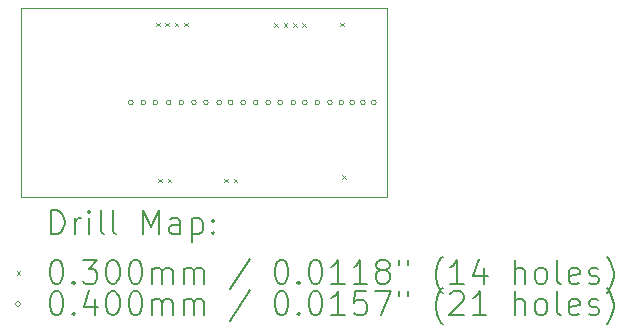
<source format=gbr>
%TF.GenerationSoftware,KiCad,Pcbnew,8.0.4*%
%TF.CreationDate,2024-09-11T02:18:50+03:00*%
%TF.ProjectId,micro_diplekser,6d696372-6f5f-4646-9970-6c656b736572,rev?*%
%TF.SameCoordinates,Original*%
%TF.FileFunction,Drillmap*%
%TF.FilePolarity,Positive*%
%FSLAX45Y45*%
G04 Gerber Fmt 4.5, Leading zero omitted, Abs format (unit mm)*
G04 Created by KiCad (PCBNEW 8.0.4) date 2024-09-11 02:18:50*
%MOMM*%
%LPD*%
G01*
G04 APERTURE LIST*
%ADD10C,0.050000*%
%ADD11C,0.200000*%
%ADD12C,0.100000*%
G04 APERTURE END LIST*
D10*
X8120000Y-10100000D02*
X5019040Y-10100740D01*
X8120000Y-8500000D02*
X5019040Y-8500740D01*
X8120000Y-10100000D02*
X8120000Y-8500000D01*
X5019040Y-8500740D02*
X5019040Y-10100740D01*
D11*
D12*
X6165000Y-8625000D02*
X6195000Y-8655000D01*
X6195000Y-8625000D02*
X6165000Y-8655000D01*
X6185000Y-9945000D02*
X6215000Y-9975000D01*
X6215000Y-9945000D02*
X6185000Y-9975000D01*
X6245000Y-8625000D02*
X6275000Y-8655000D01*
X6275000Y-8625000D02*
X6245000Y-8655000D01*
X6265000Y-9945000D02*
X6295000Y-9975000D01*
X6295000Y-9945000D02*
X6265000Y-9975000D01*
X6325000Y-8625000D02*
X6355000Y-8655000D01*
X6355000Y-8625000D02*
X6325000Y-8655000D01*
X6405000Y-8625000D02*
X6435000Y-8655000D01*
X6435000Y-8625000D02*
X6405000Y-8655000D01*
X6745000Y-9945000D02*
X6775000Y-9975000D01*
X6775000Y-9945000D02*
X6745000Y-9975000D01*
X6825000Y-9945000D02*
X6855000Y-9975000D01*
X6855000Y-9945000D02*
X6825000Y-9975000D01*
X7165000Y-8627500D02*
X7195000Y-8657500D01*
X7195000Y-8627500D02*
X7165000Y-8657500D01*
X7245000Y-8627500D02*
X7275000Y-8657500D01*
X7275000Y-8627500D02*
X7245000Y-8657500D01*
X7325000Y-8627500D02*
X7355000Y-8657500D01*
X7355000Y-8627500D02*
X7325000Y-8657500D01*
X7405000Y-8627500D02*
X7435000Y-8657500D01*
X7435000Y-8627500D02*
X7405000Y-8657500D01*
X7725000Y-8625000D02*
X7755000Y-8655000D01*
X7755000Y-8625000D02*
X7725000Y-8655000D01*
X7742160Y-9915000D02*
X7772160Y-9945000D01*
X7772160Y-9915000D02*
X7742160Y-9945000D01*
X5971720Y-9300000D02*
G75*
G02*
X5931720Y-9300000I-20000J0D01*
G01*
X5931720Y-9300000D02*
G75*
G02*
X5971720Y-9300000I20000J0D01*
G01*
X6078400Y-9300000D02*
G75*
G02*
X6038400Y-9300000I-20000J0D01*
G01*
X6038400Y-9300000D02*
G75*
G02*
X6078400Y-9300000I20000J0D01*
G01*
X6180000Y-9300000D02*
G75*
G02*
X6140000Y-9300000I-20000J0D01*
G01*
X6140000Y-9300000D02*
G75*
G02*
X6180000Y-9300000I20000J0D01*
G01*
X6291760Y-9300000D02*
G75*
G02*
X6251760Y-9300000I-20000J0D01*
G01*
X6251760Y-9300000D02*
G75*
G02*
X6291760Y-9300000I20000J0D01*
G01*
X6400000Y-9300000D02*
G75*
G02*
X6360000Y-9300000I-20000J0D01*
G01*
X6360000Y-9300000D02*
G75*
G02*
X6400000Y-9300000I20000J0D01*
G01*
X6506680Y-9300000D02*
G75*
G02*
X6466680Y-9300000I-20000J0D01*
G01*
X6466680Y-9300000D02*
G75*
G02*
X6506680Y-9300000I20000J0D01*
G01*
X6608280Y-9300000D02*
G75*
G02*
X6568280Y-9300000I-20000J0D01*
G01*
X6568280Y-9300000D02*
G75*
G02*
X6608280Y-9300000I20000J0D01*
G01*
X6720040Y-9300000D02*
G75*
G02*
X6680040Y-9300000I-20000J0D01*
G01*
X6680040Y-9300000D02*
G75*
G02*
X6720040Y-9300000I20000J0D01*
G01*
X6816560Y-9300000D02*
G75*
G02*
X6776560Y-9300000I-20000J0D01*
G01*
X6776560Y-9300000D02*
G75*
G02*
X6816560Y-9300000I20000J0D01*
G01*
X6923240Y-9300000D02*
G75*
G02*
X6883240Y-9300000I-20000J0D01*
G01*
X6883240Y-9300000D02*
G75*
G02*
X6923240Y-9300000I20000J0D01*
G01*
X7028280Y-9300000D02*
G75*
G02*
X6988280Y-9300000I-20000J0D01*
G01*
X6988280Y-9300000D02*
G75*
G02*
X7028280Y-9300000I20000J0D01*
G01*
X7134960Y-9300000D02*
G75*
G02*
X7094960Y-9300000I-20000J0D01*
G01*
X7094960Y-9300000D02*
G75*
G02*
X7134960Y-9300000I20000J0D01*
G01*
X7236560Y-9300000D02*
G75*
G02*
X7196560Y-9300000I-20000J0D01*
G01*
X7196560Y-9300000D02*
G75*
G02*
X7236560Y-9300000I20000J0D01*
G01*
X7348320Y-9300000D02*
G75*
G02*
X7308320Y-9300000I-20000J0D01*
G01*
X7308320Y-9300000D02*
G75*
G02*
X7348320Y-9300000I20000J0D01*
G01*
X7444840Y-9300000D02*
G75*
G02*
X7404840Y-9300000I-20000J0D01*
G01*
X7404840Y-9300000D02*
G75*
G02*
X7444840Y-9300000I20000J0D01*
G01*
X7551520Y-9300000D02*
G75*
G02*
X7511520Y-9300000I-20000J0D01*
G01*
X7511520Y-9300000D02*
G75*
G02*
X7551520Y-9300000I20000J0D01*
G01*
X7658200Y-9300000D02*
G75*
G02*
X7618200Y-9300000I-20000J0D01*
G01*
X7618200Y-9300000D02*
G75*
G02*
X7658200Y-9300000I20000J0D01*
G01*
X7754720Y-9300000D02*
G75*
G02*
X7714720Y-9300000I-20000J0D01*
G01*
X7714720Y-9300000D02*
G75*
G02*
X7754720Y-9300000I20000J0D01*
G01*
X7846160Y-9300000D02*
G75*
G02*
X7806160Y-9300000I-20000J0D01*
G01*
X7806160Y-9300000D02*
G75*
G02*
X7846160Y-9300000I20000J0D01*
G01*
X7937600Y-9300000D02*
G75*
G02*
X7897600Y-9300000I-20000J0D01*
G01*
X7897600Y-9300000D02*
G75*
G02*
X7937600Y-9300000I20000J0D01*
G01*
X8029040Y-9300000D02*
G75*
G02*
X7989040Y-9300000I-20000J0D01*
G01*
X7989040Y-9300000D02*
G75*
G02*
X8029040Y-9300000I20000J0D01*
G01*
D11*
X5277317Y-10414724D02*
X5277317Y-10214724D01*
X5277317Y-10214724D02*
X5324936Y-10214724D01*
X5324936Y-10214724D02*
X5353507Y-10224248D01*
X5353507Y-10224248D02*
X5372555Y-10243295D01*
X5372555Y-10243295D02*
X5382079Y-10262343D01*
X5382079Y-10262343D02*
X5391603Y-10300438D01*
X5391603Y-10300438D02*
X5391603Y-10329010D01*
X5391603Y-10329010D02*
X5382079Y-10367105D01*
X5382079Y-10367105D02*
X5372555Y-10386152D01*
X5372555Y-10386152D02*
X5353507Y-10405200D01*
X5353507Y-10405200D02*
X5324936Y-10414724D01*
X5324936Y-10414724D02*
X5277317Y-10414724D01*
X5477317Y-10414724D02*
X5477317Y-10281390D01*
X5477317Y-10319486D02*
X5486841Y-10300438D01*
X5486841Y-10300438D02*
X5496364Y-10290914D01*
X5496364Y-10290914D02*
X5515412Y-10281390D01*
X5515412Y-10281390D02*
X5534460Y-10281390D01*
X5601126Y-10414724D02*
X5601126Y-10281390D01*
X5601126Y-10214724D02*
X5591603Y-10224248D01*
X5591603Y-10224248D02*
X5601126Y-10233771D01*
X5601126Y-10233771D02*
X5610650Y-10224248D01*
X5610650Y-10224248D02*
X5601126Y-10214724D01*
X5601126Y-10214724D02*
X5601126Y-10233771D01*
X5724936Y-10414724D02*
X5705888Y-10405200D01*
X5705888Y-10405200D02*
X5696364Y-10386152D01*
X5696364Y-10386152D02*
X5696364Y-10214724D01*
X5829698Y-10414724D02*
X5810650Y-10405200D01*
X5810650Y-10405200D02*
X5801126Y-10386152D01*
X5801126Y-10386152D02*
X5801126Y-10214724D01*
X6058269Y-10414724D02*
X6058269Y-10214724D01*
X6058269Y-10214724D02*
X6124936Y-10357581D01*
X6124936Y-10357581D02*
X6191602Y-10214724D01*
X6191602Y-10214724D02*
X6191602Y-10414724D01*
X6372555Y-10414724D02*
X6372555Y-10309962D01*
X6372555Y-10309962D02*
X6363031Y-10290914D01*
X6363031Y-10290914D02*
X6343983Y-10281390D01*
X6343983Y-10281390D02*
X6305888Y-10281390D01*
X6305888Y-10281390D02*
X6286841Y-10290914D01*
X6372555Y-10405200D02*
X6353507Y-10414724D01*
X6353507Y-10414724D02*
X6305888Y-10414724D01*
X6305888Y-10414724D02*
X6286841Y-10405200D01*
X6286841Y-10405200D02*
X6277317Y-10386152D01*
X6277317Y-10386152D02*
X6277317Y-10367105D01*
X6277317Y-10367105D02*
X6286841Y-10348057D01*
X6286841Y-10348057D02*
X6305888Y-10338533D01*
X6305888Y-10338533D02*
X6353507Y-10338533D01*
X6353507Y-10338533D02*
X6372555Y-10329010D01*
X6467793Y-10281390D02*
X6467793Y-10481390D01*
X6467793Y-10290914D02*
X6486841Y-10281390D01*
X6486841Y-10281390D02*
X6524936Y-10281390D01*
X6524936Y-10281390D02*
X6543983Y-10290914D01*
X6543983Y-10290914D02*
X6553507Y-10300438D01*
X6553507Y-10300438D02*
X6563031Y-10319486D01*
X6563031Y-10319486D02*
X6563031Y-10376629D01*
X6563031Y-10376629D02*
X6553507Y-10395676D01*
X6553507Y-10395676D02*
X6543983Y-10405200D01*
X6543983Y-10405200D02*
X6524936Y-10414724D01*
X6524936Y-10414724D02*
X6486841Y-10414724D01*
X6486841Y-10414724D02*
X6467793Y-10405200D01*
X6648745Y-10395676D02*
X6658269Y-10405200D01*
X6658269Y-10405200D02*
X6648745Y-10414724D01*
X6648745Y-10414724D02*
X6639222Y-10405200D01*
X6639222Y-10405200D02*
X6648745Y-10395676D01*
X6648745Y-10395676D02*
X6648745Y-10414724D01*
X6648745Y-10290914D02*
X6658269Y-10300438D01*
X6658269Y-10300438D02*
X6648745Y-10309962D01*
X6648745Y-10309962D02*
X6639222Y-10300438D01*
X6639222Y-10300438D02*
X6648745Y-10290914D01*
X6648745Y-10290914D02*
X6648745Y-10309962D01*
D12*
X4986540Y-10728240D02*
X5016540Y-10758240D01*
X5016540Y-10728240D02*
X4986540Y-10758240D01*
D11*
X5315412Y-10634724D02*
X5334460Y-10634724D01*
X5334460Y-10634724D02*
X5353507Y-10644248D01*
X5353507Y-10644248D02*
X5363031Y-10653771D01*
X5363031Y-10653771D02*
X5372555Y-10672819D01*
X5372555Y-10672819D02*
X5382079Y-10710914D01*
X5382079Y-10710914D02*
X5382079Y-10758533D01*
X5382079Y-10758533D02*
X5372555Y-10796629D01*
X5372555Y-10796629D02*
X5363031Y-10815676D01*
X5363031Y-10815676D02*
X5353507Y-10825200D01*
X5353507Y-10825200D02*
X5334460Y-10834724D01*
X5334460Y-10834724D02*
X5315412Y-10834724D01*
X5315412Y-10834724D02*
X5296364Y-10825200D01*
X5296364Y-10825200D02*
X5286841Y-10815676D01*
X5286841Y-10815676D02*
X5277317Y-10796629D01*
X5277317Y-10796629D02*
X5267793Y-10758533D01*
X5267793Y-10758533D02*
X5267793Y-10710914D01*
X5267793Y-10710914D02*
X5277317Y-10672819D01*
X5277317Y-10672819D02*
X5286841Y-10653771D01*
X5286841Y-10653771D02*
X5296364Y-10644248D01*
X5296364Y-10644248D02*
X5315412Y-10634724D01*
X5467793Y-10815676D02*
X5477317Y-10825200D01*
X5477317Y-10825200D02*
X5467793Y-10834724D01*
X5467793Y-10834724D02*
X5458269Y-10825200D01*
X5458269Y-10825200D02*
X5467793Y-10815676D01*
X5467793Y-10815676D02*
X5467793Y-10834724D01*
X5543984Y-10634724D02*
X5667793Y-10634724D01*
X5667793Y-10634724D02*
X5601126Y-10710914D01*
X5601126Y-10710914D02*
X5629698Y-10710914D01*
X5629698Y-10710914D02*
X5648745Y-10720438D01*
X5648745Y-10720438D02*
X5658269Y-10729962D01*
X5658269Y-10729962D02*
X5667793Y-10749010D01*
X5667793Y-10749010D02*
X5667793Y-10796629D01*
X5667793Y-10796629D02*
X5658269Y-10815676D01*
X5658269Y-10815676D02*
X5648745Y-10825200D01*
X5648745Y-10825200D02*
X5629698Y-10834724D01*
X5629698Y-10834724D02*
X5572555Y-10834724D01*
X5572555Y-10834724D02*
X5553507Y-10825200D01*
X5553507Y-10825200D02*
X5543984Y-10815676D01*
X5791602Y-10634724D02*
X5810650Y-10634724D01*
X5810650Y-10634724D02*
X5829698Y-10644248D01*
X5829698Y-10644248D02*
X5839222Y-10653771D01*
X5839222Y-10653771D02*
X5848745Y-10672819D01*
X5848745Y-10672819D02*
X5858269Y-10710914D01*
X5858269Y-10710914D02*
X5858269Y-10758533D01*
X5858269Y-10758533D02*
X5848745Y-10796629D01*
X5848745Y-10796629D02*
X5839222Y-10815676D01*
X5839222Y-10815676D02*
X5829698Y-10825200D01*
X5829698Y-10825200D02*
X5810650Y-10834724D01*
X5810650Y-10834724D02*
X5791602Y-10834724D01*
X5791602Y-10834724D02*
X5772555Y-10825200D01*
X5772555Y-10825200D02*
X5763031Y-10815676D01*
X5763031Y-10815676D02*
X5753507Y-10796629D01*
X5753507Y-10796629D02*
X5743983Y-10758533D01*
X5743983Y-10758533D02*
X5743983Y-10710914D01*
X5743983Y-10710914D02*
X5753507Y-10672819D01*
X5753507Y-10672819D02*
X5763031Y-10653771D01*
X5763031Y-10653771D02*
X5772555Y-10644248D01*
X5772555Y-10644248D02*
X5791602Y-10634724D01*
X5982079Y-10634724D02*
X6001126Y-10634724D01*
X6001126Y-10634724D02*
X6020174Y-10644248D01*
X6020174Y-10644248D02*
X6029698Y-10653771D01*
X6029698Y-10653771D02*
X6039222Y-10672819D01*
X6039222Y-10672819D02*
X6048745Y-10710914D01*
X6048745Y-10710914D02*
X6048745Y-10758533D01*
X6048745Y-10758533D02*
X6039222Y-10796629D01*
X6039222Y-10796629D02*
X6029698Y-10815676D01*
X6029698Y-10815676D02*
X6020174Y-10825200D01*
X6020174Y-10825200D02*
X6001126Y-10834724D01*
X6001126Y-10834724D02*
X5982079Y-10834724D01*
X5982079Y-10834724D02*
X5963031Y-10825200D01*
X5963031Y-10825200D02*
X5953507Y-10815676D01*
X5953507Y-10815676D02*
X5943983Y-10796629D01*
X5943983Y-10796629D02*
X5934460Y-10758533D01*
X5934460Y-10758533D02*
X5934460Y-10710914D01*
X5934460Y-10710914D02*
X5943983Y-10672819D01*
X5943983Y-10672819D02*
X5953507Y-10653771D01*
X5953507Y-10653771D02*
X5963031Y-10644248D01*
X5963031Y-10644248D02*
X5982079Y-10634724D01*
X6134460Y-10834724D02*
X6134460Y-10701390D01*
X6134460Y-10720438D02*
X6143983Y-10710914D01*
X6143983Y-10710914D02*
X6163031Y-10701390D01*
X6163031Y-10701390D02*
X6191603Y-10701390D01*
X6191603Y-10701390D02*
X6210650Y-10710914D01*
X6210650Y-10710914D02*
X6220174Y-10729962D01*
X6220174Y-10729962D02*
X6220174Y-10834724D01*
X6220174Y-10729962D02*
X6229698Y-10710914D01*
X6229698Y-10710914D02*
X6248745Y-10701390D01*
X6248745Y-10701390D02*
X6277317Y-10701390D01*
X6277317Y-10701390D02*
X6296364Y-10710914D01*
X6296364Y-10710914D02*
X6305888Y-10729962D01*
X6305888Y-10729962D02*
X6305888Y-10834724D01*
X6401126Y-10834724D02*
X6401126Y-10701390D01*
X6401126Y-10720438D02*
X6410650Y-10710914D01*
X6410650Y-10710914D02*
X6429698Y-10701390D01*
X6429698Y-10701390D02*
X6458269Y-10701390D01*
X6458269Y-10701390D02*
X6477317Y-10710914D01*
X6477317Y-10710914D02*
X6486841Y-10729962D01*
X6486841Y-10729962D02*
X6486841Y-10834724D01*
X6486841Y-10729962D02*
X6496364Y-10710914D01*
X6496364Y-10710914D02*
X6515412Y-10701390D01*
X6515412Y-10701390D02*
X6543983Y-10701390D01*
X6543983Y-10701390D02*
X6563031Y-10710914D01*
X6563031Y-10710914D02*
X6572555Y-10729962D01*
X6572555Y-10729962D02*
X6572555Y-10834724D01*
X6963031Y-10625200D02*
X6791603Y-10882343D01*
X7220174Y-10634724D02*
X7239222Y-10634724D01*
X7239222Y-10634724D02*
X7258269Y-10644248D01*
X7258269Y-10644248D02*
X7267793Y-10653771D01*
X7267793Y-10653771D02*
X7277317Y-10672819D01*
X7277317Y-10672819D02*
X7286841Y-10710914D01*
X7286841Y-10710914D02*
X7286841Y-10758533D01*
X7286841Y-10758533D02*
X7277317Y-10796629D01*
X7277317Y-10796629D02*
X7267793Y-10815676D01*
X7267793Y-10815676D02*
X7258269Y-10825200D01*
X7258269Y-10825200D02*
X7239222Y-10834724D01*
X7239222Y-10834724D02*
X7220174Y-10834724D01*
X7220174Y-10834724D02*
X7201126Y-10825200D01*
X7201126Y-10825200D02*
X7191603Y-10815676D01*
X7191603Y-10815676D02*
X7182079Y-10796629D01*
X7182079Y-10796629D02*
X7172555Y-10758533D01*
X7172555Y-10758533D02*
X7172555Y-10710914D01*
X7172555Y-10710914D02*
X7182079Y-10672819D01*
X7182079Y-10672819D02*
X7191603Y-10653771D01*
X7191603Y-10653771D02*
X7201126Y-10644248D01*
X7201126Y-10644248D02*
X7220174Y-10634724D01*
X7372555Y-10815676D02*
X7382079Y-10825200D01*
X7382079Y-10825200D02*
X7372555Y-10834724D01*
X7372555Y-10834724D02*
X7363031Y-10825200D01*
X7363031Y-10825200D02*
X7372555Y-10815676D01*
X7372555Y-10815676D02*
X7372555Y-10834724D01*
X7505888Y-10634724D02*
X7524936Y-10634724D01*
X7524936Y-10634724D02*
X7543984Y-10644248D01*
X7543984Y-10644248D02*
X7553507Y-10653771D01*
X7553507Y-10653771D02*
X7563031Y-10672819D01*
X7563031Y-10672819D02*
X7572555Y-10710914D01*
X7572555Y-10710914D02*
X7572555Y-10758533D01*
X7572555Y-10758533D02*
X7563031Y-10796629D01*
X7563031Y-10796629D02*
X7553507Y-10815676D01*
X7553507Y-10815676D02*
X7543984Y-10825200D01*
X7543984Y-10825200D02*
X7524936Y-10834724D01*
X7524936Y-10834724D02*
X7505888Y-10834724D01*
X7505888Y-10834724D02*
X7486841Y-10825200D01*
X7486841Y-10825200D02*
X7477317Y-10815676D01*
X7477317Y-10815676D02*
X7467793Y-10796629D01*
X7467793Y-10796629D02*
X7458269Y-10758533D01*
X7458269Y-10758533D02*
X7458269Y-10710914D01*
X7458269Y-10710914D02*
X7467793Y-10672819D01*
X7467793Y-10672819D02*
X7477317Y-10653771D01*
X7477317Y-10653771D02*
X7486841Y-10644248D01*
X7486841Y-10644248D02*
X7505888Y-10634724D01*
X7763031Y-10834724D02*
X7648746Y-10834724D01*
X7705888Y-10834724D02*
X7705888Y-10634724D01*
X7705888Y-10634724D02*
X7686841Y-10663295D01*
X7686841Y-10663295D02*
X7667793Y-10682343D01*
X7667793Y-10682343D02*
X7648746Y-10691867D01*
X7953507Y-10834724D02*
X7839222Y-10834724D01*
X7896365Y-10834724D02*
X7896365Y-10634724D01*
X7896365Y-10634724D02*
X7877317Y-10663295D01*
X7877317Y-10663295D02*
X7858269Y-10682343D01*
X7858269Y-10682343D02*
X7839222Y-10691867D01*
X8067793Y-10720438D02*
X8048746Y-10710914D01*
X8048746Y-10710914D02*
X8039222Y-10701390D01*
X8039222Y-10701390D02*
X8029698Y-10682343D01*
X8029698Y-10682343D02*
X8029698Y-10672819D01*
X8029698Y-10672819D02*
X8039222Y-10653771D01*
X8039222Y-10653771D02*
X8048746Y-10644248D01*
X8048746Y-10644248D02*
X8067793Y-10634724D01*
X8067793Y-10634724D02*
X8105888Y-10634724D01*
X8105888Y-10634724D02*
X8124936Y-10644248D01*
X8124936Y-10644248D02*
X8134460Y-10653771D01*
X8134460Y-10653771D02*
X8143984Y-10672819D01*
X8143984Y-10672819D02*
X8143984Y-10682343D01*
X8143984Y-10682343D02*
X8134460Y-10701390D01*
X8134460Y-10701390D02*
X8124936Y-10710914D01*
X8124936Y-10710914D02*
X8105888Y-10720438D01*
X8105888Y-10720438D02*
X8067793Y-10720438D01*
X8067793Y-10720438D02*
X8048746Y-10729962D01*
X8048746Y-10729962D02*
X8039222Y-10739486D01*
X8039222Y-10739486D02*
X8029698Y-10758533D01*
X8029698Y-10758533D02*
X8029698Y-10796629D01*
X8029698Y-10796629D02*
X8039222Y-10815676D01*
X8039222Y-10815676D02*
X8048746Y-10825200D01*
X8048746Y-10825200D02*
X8067793Y-10834724D01*
X8067793Y-10834724D02*
X8105888Y-10834724D01*
X8105888Y-10834724D02*
X8124936Y-10825200D01*
X8124936Y-10825200D02*
X8134460Y-10815676D01*
X8134460Y-10815676D02*
X8143984Y-10796629D01*
X8143984Y-10796629D02*
X8143984Y-10758533D01*
X8143984Y-10758533D02*
X8134460Y-10739486D01*
X8134460Y-10739486D02*
X8124936Y-10729962D01*
X8124936Y-10729962D02*
X8105888Y-10720438D01*
X8220174Y-10634724D02*
X8220174Y-10672819D01*
X8296365Y-10634724D02*
X8296365Y-10672819D01*
X8591603Y-10910914D02*
X8582079Y-10901390D01*
X8582079Y-10901390D02*
X8563031Y-10872819D01*
X8563031Y-10872819D02*
X8553508Y-10853771D01*
X8553508Y-10853771D02*
X8543984Y-10825200D01*
X8543984Y-10825200D02*
X8534460Y-10777581D01*
X8534460Y-10777581D02*
X8534460Y-10739486D01*
X8534460Y-10739486D02*
X8543984Y-10691867D01*
X8543984Y-10691867D02*
X8553508Y-10663295D01*
X8553508Y-10663295D02*
X8563031Y-10644248D01*
X8563031Y-10644248D02*
X8582079Y-10615676D01*
X8582079Y-10615676D02*
X8591603Y-10606152D01*
X8772555Y-10834724D02*
X8658270Y-10834724D01*
X8715412Y-10834724D02*
X8715412Y-10634724D01*
X8715412Y-10634724D02*
X8696365Y-10663295D01*
X8696365Y-10663295D02*
X8677317Y-10682343D01*
X8677317Y-10682343D02*
X8658270Y-10691867D01*
X8943984Y-10701390D02*
X8943984Y-10834724D01*
X8896365Y-10625200D02*
X8848746Y-10768057D01*
X8848746Y-10768057D02*
X8972555Y-10768057D01*
X9201127Y-10834724D02*
X9201127Y-10634724D01*
X9286841Y-10834724D02*
X9286841Y-10729962D01*
X9286841Y-10729962D02*
X9277317Y-10710914D01*
X9277317Y-10710914D02*
X9258270Y-10701390D01*
X9258270Y-10701390D02*
X9229698Y-10701390D01*
X9229698Y-10701390D02*
X9210651Y-10710914D01*
X9210651Y-10710914D02*
X9201127Y-10720438D01*
X9410651Y-10834724D02*
X9391603Y-10825200D01*
X9391603Y-10825200D02*
X9382079Y-10815676D01*
X9382079Y-10815676D02*
X9372555Y-10796629D01*
X9372555Y-10796629D02*
X9372555Y-10739486D01*
X9372555Y-10739486D02*
X9382079Y-10720438D01*
X9382079Y-10720438D02*
X9391603Y-10710914D01*
X9391603Y-10710914D02*
X9410651Y-10701390D01*
X9410651Y-10701390D02*
X9439222Y-10701390D01*
X9439222Y-10701390D02*
X9458270Y-10710914D01*
X9458270Y-10710914D02*
X9467793Y-10720438D01*
X9467793Y-10720438D02*
X9477317Y-10739486D01*
X9477317Y-10739486D02*
X9477317Y-10796629D01*
X9477317Y-10796629D02*
X9467793Y-10815676D01*
X9467793Y-10815676D02*
X9458270Y-10825200D01*
X9458270Y-10825200D02*
X9439222Y-10834724D01*
X9439222Y-10834724D02*
X9410651Y-10834724D01*
X9591603Y-10834724D02*
X9572555Y-10825200D01*
X9572555Y-10825200D02*
X9563032Y-10806152D01*
X9563032Y-10806152D02*
X9563032Y-10634724D01*
X9743984Y-10825200D02*
X9724936Y-10834724D01*
X9724936Y-10834724D02*
X9686841Y-10834724D01*
X9686841Y-10834724D02*
X9667793Y-10825200D01*
X9667793Y-10825200D02*
X9658270Y-10806152D01*
X9658270Y-10806152D02*
X9658270Y-10729962D01*
X9658270Y-10729962D02*
X9667793Y-10710914D01*
X9667793Y-10710914D02*
X9686841Y-10701390D01*
X9686841Y-10701390D02*
X9724936Y-10701390D01*
X9724936Y-10701390D02*
X9743984Y-10710914D01*
X9743984Y-10710914D02*
X9753508Y-10729962D01*
X9753508Y-10729962D02*
X9753508Y-10749010D01*
X9753508Y-10749010D02*
X9658270Y-10768057D01*
X9829698Y-10825200D02*
X9848746Y-10834724D01*
X9848746Y-10834724D02*
X9886841Y-10834724D01*
X9886841Y-10834724D02*
X9905889Y-10825200D01*
X9905889Y-10825200D02*
X9915413Y-10806152D01*
X9915413Y-10806152D02*
X9915413Y-10796629D01*
X9915413Y-10796629D02*
X9905889Y-10777581D01*
X9905889Y-10777581D02*
X9886841Y-10768057D01*
X9886841Y-10768057D02*
X9858270Y-10768057D01*
X9858270Y-10768057D02*
X9839222Y-10758533D01*
X9839222Y-10758533D02*
X9829698Y-10739486D01*
X9829698Y-10739486D02*
X9829698Y-10729962D01*
X9829698Y-10729962D02*
X9839222Y-10710914D01*
X9839222Y-10710914D02*
X9858270Y-10701390D01*
X9858270Y-10701390D02*
X9886841Y-10701390D01*
X9886841Y-10701390D02*
X9905889Y-10710914D01*
X9982079Y-10910914D02*
X9991603Y-10901390D01*
X9991603Y-10901390D02*
X10010651Y-10872819D01*
X10010651Y-10872819D02*
X10020174Y-10853771D01*
X10020174Y-10853771D02*
X10029698Y-10825200D01*
X10029698Y-10825200D02*
X10039222Y-10777581D01*
X10039222Y-10777581D02*
X10039222Y-10739486D01*
X10039222Y-10739486D02*
X10029698Y-10691867D01*
X10029698Y-10691867D02*
X10020174Y-10663295D01*
X10020174Y-10663295D02*
X10010651Y-10644248D01*
X10010651Y-10644248D02*
X9991603Y-10615676D01*
X9991603Y-10615676D02*
X9982079Y-10606152D01*
D12*
X5016540Y-11007240D02*
G75*
G02*
X4976540Y-11007240I-20000J0D01*
G01*
X4976540Y-11007240D02*
G75*
G02*
X5016540Y-11007240I20000J0D01*
G01*
D11*
X5315412Y-10898724D02*
X5334460Y-10898724D01*
X5334460Y-10898724D02*
X5353507Y-10908248D01*
X5353507Y-10908248D02*
X5363031Y-10917771D01*
X5363031Y-10917771D02*
X5372555Y-10936819D01*
X5372555Y-10936819D02*
X5382079Y-10974914D01*
X5382079Y-10974914D02*
X5382079Y-11022533D01*
X5382079Y-11022533D02*
X5372555Y-11060629D01*
X5372555Y-11060629D02*
X5363031Y-11079676D01*
X5363031Y-11079676D02*
X5353507Y-11089200D01*
X5353507Y-11089200D02*
X5334460Y-11098724D01*
X5334460Y-11098724D02*
X5315412Y-11098724D01*
X5315412Y-11098724D02*
X5296364Y-11089200D01*
X5296364Y-11089200D02*
X5286841Y-11079676D01*
X5286841Y-11079676D02*
X5277317Y-11060629D01*
X5277317Y-11060629D02*
X5267793Y-11022533D01*
X5267793Y-11022533D02*
X5267793Y-10974914D01*
X5267793Y-10974914D02*
X5277317Y-10936819D01*
X5277317Y-10936819D02*
X5286841Y-10917771D01*
X5286841Y-10917771D02*
X5296364Y-10908248D01*
X5296364Y-10908248D02*
X5315412Y-10898724D01*
X5467793Y-11079676D02*
X5477317Y-11089200D01*
X5477317Y-11089200D02*
X5467793Y-11098724D01*
X5467793Y-11098724D02*
X5458269Y-11089200D01*
X5458269Y-11089200D02*
X5467793Y-11079676D01*
X5467793Y-11079676D02*
X5467793Y-11098724D01*
X5648745Y-10965390D02*
X5648745Y-11098724D01*
X5601126Y-10889200D02*
X5553507Y-11032057D01*
X5553507Y-11032057D02*
X5677317Y-11032057D01*
X5791602Y-10898724D02*
X5810650Y-10898724D01*
X5810650Y-10898724D02*
X5829698Y-10908248D01*
X5829698Y-10908248D02*
X5839222Y-10917771D01*
X5839222Y-10917771D02*
X5848745Y-10936819D01*
X5848745Y-10936819D02*
X5858269Y-10974914D01*
X5858269Y-10974914D02*
X5858269Y-11022533D01*
X5858269Y-11022533D02*
X5848745Y-11060629D01*
X5848745Y-11060629D02*
X5839222Y-11079676D01*
X5839222Y-11079676D02*
X5829698Y-11089200D01*
X5829698Y-11089200D02*
X5810650Y-11098724D01*
X5810650Y-11098724D02*
X5791602Y-11098724D01*
X5791602Y-11098724D02*
X5772555Y-11089200D01*
X5772555Y-11089200D02*
X5763031Y-11079676D01*
X5763031Y-11079676D02*
X5753507Y-11060629D01*
X5753507Y-11060629D02*
X5743983Y-11022533D01*
X5743983Y-11022533D02*
X5743983Y-10974914D01*
X5743983Y-10974914D02*
X5753507Y-10936819D01*
X5753507Y-10936819D02*
X5763031Y-10917771D01*
X5763031Y-10917771D02*
X5772555Y-10908248D01*
X5772555Y-10908248D02*
X5791602Y-10898724D01*
X5982079Y-10898724D02*
X6001126Y-10898724D01*
X6001126Y-10898724D02*
X6020174Y-10908248D01*
X6020174Y-10908248D02*
X6029698Y-10917771D01*
X6029698Y-10917771D02*
X6039222Y-10936819D01*
X6039222Y-10936819D02*
X6048745Y-10974914D01*
X6048745Y-10974914D02*
X6048745Y-11022533D01*
X6048745Y-11022533D02*
X6039222Y-11060629D01*
X6039222Y-11060629D02*
X6029698Y-11079676D01*
X6029698Y-11079676D02*
X6020174Y-11089200D01*
X6020174Y-11089200D02*
X6001126Y-11098724D01*
X6001126Y-11098724D02*
X5982079Y-11098724D01*
X5982079Y-11098724D02*
X5963031Y-11089200D01*
X5963031Y-11089200D02*
X5953507Y-11079676D01*
X5953507Y-11079676D02*
X5943983Y-11060629D01*
X5943983Y-11060629D02*
X5934460Y-11022533D01*
X5934460Y-11022533D02*
X5934460Y-10974914D01*
X5934460Y-10974914D02*
X5943983Y-10936819D01*
X5943983Y-10936819D02*
X5953507Y-10917771D01*
X5953507Y-10917771D02*
X5963031Y-10908248D01*
X5963031Y-10908248D02*
X5982079Y-10898724D01*
X6134460Y-11098724D02*
X6134460Y-10965390D01*
X6134460Y-10984438D02*
X6143983Y-10974914D01*
X6143983Y-10974914D02*
X6163031Y-10965390D01*
X6163031Y-10965390D02*
X6191603Y-10965390D01*
X6191603Y-10965390D02*
X6210650Y-10974914D01*
X6210650Y-10974914D02*
X6220174Y-10993962D01*
X6220174Y-10993962D02*
X6220174Y-11098724D01*
X6220174Y-10993962D02*
X6229698Y-10974914D01*
X6229698Y-10974914D02*
X6248745Y-10965390D01*
X6248745Y-10965390D02*
X6277317Y-10965390D01*
X6277317Y-10965390D02*
X6296364Y-10974914D01*
X6296364Y-10974914D02*
X6305888Y-10993962D01*
X6305888Y-10993962D02*
X6305888Y-11098724D01*
X6401126Y-11098724D02*
X6401126Y-10965390D01*
X6401126Y-10984438D02*
X6410650Y-10974914D01*
X6410650Y-10974914D02*
X6429698Y-10965390D01*
X6429698Y-10965390D02*
X6458269Y-10965390D01*
X6458269Y-10965390D02*
X6477317Y-10974914D01*
X6477317Y-10974914D02*
X6486841Y-10993962D01*
X6486841Y-10993962D02*
X6486841Y-11098724D01*
X6486841Y-10993962D02*
X6496364Y-10974914D01*
X6496364Y-10974914D02*
X6515412Y-10965390D01*
X6515412Y-10965390D02*
X6543983Y-10965390D01*
X6543983Y-10965390D02*
X6563031Y-10974914D01*
X6563031Y-10974914D02*
X6572555Y-10993962D01*
X6572555Y-10993962D02*
X6572555Y-11098724D01*
X6963031Y-10889200D02*
X6791603Y-11146343D01*
X7220174Y-10898724D02*
X7239222Y-10898724D01*
X7239222Y-10898724D02*
X7258269Y-10908248D01*
X7258269Y-10908248D02*
X7267793Y-10917771D01*
X7267793Y-10917771D02*
X7277317Y-10936819D01*
X7277317Y-10936819D02*
X7286841Y-10974914D01*
X7286841Y-10974914D02*
X7286841Y-11022533D01*
X7286841Y-11022533D02*
X7277317Y-11060629D01*
X7277317Y-11060629D02*
X7267793Y-11079676D01*
X7267793Y-11079676D02*
X7258269Y-11089200D01*
X7258269Y-11089200D02*
X7239222Y-11098724D01*
X7239222Y-11098724D02*
X7220174Y-11098724D01*
X7220174Y-11098724D02*
X7201126Y-11089200D01*
X7201126Y-11089200D02*
X7191603Y-11079676D01*
X7191603Y-11079676D02*
X7182079Y-11060629D01*
X7182079Y-11060629D02*
X7172555Y-11022533D01*
X7172555Y-11022533D02*
X7172555Y-10974914D01*
X7172555Y-10974914D02*
X7182079Y-10936819D01*
X7182079Y-10936819D02*
X7191603Y-10917771D01*
X7191603Y-10917771D02*
X7201126Y-10908248D01*
X7201126Y-10908248D02*
X7220174Y-10898724D01*
X7372555Y-11079676D02*
X7382079Y-11089200D01*
X7382079Y-11089200D02*
X7372555Y-11098724D01*
X7372555Y-11098724D02*
X7363031Y-11089200D01*
X7363031Y-11089200D02*
X7372555Y-11079676D01*
X7372555Y-11079676D02*
X7372555Y-11098724D01*
X7505888Y-10898724D02*
X7524936Y-10898724D01*
X7524936Y-10898724D02*
X7543984Y-10908248D01*
X7543984Y-10908248D02*
X7553507Y-10917771D01*
X7553507Y-10917771D02*
X7563031Y-10936819D01*
X7563031Y-10936819D02*
X7572555Y-10974914D01*
X7572555Y-10974914D02*
X7572555Y-11022533D01*
X7572555Y-11022533D02*
X7563031Y-11060629D01*
X7563031Y-11060629D02*
X7553507Y-11079676D01*
X7553507Y-11079676D02*
X7543984Y-11089200D01*
X7543984Y-11089200D02*
X7524936Y-11098724D01*
X7524936Y-11098724D02*
X7505888Y-11098724D01*
X7505888Y-11098724D02*
X7486841Y-11089200D01*
X7486841Y-11089200D02*
X7477317Y-11079676D01*
X7477317Y-11079676D02*
X7467793Y-11060629D01*
X7467793Y-11060629D02*
X7458269Y-11022533D01*
X7458269Y-11022533D02*
X7458269Y-10974914D01*
X7458269Y-10974914D02*
X7467793Y-10936819D01*
X7467793Y-10936819D02*
X7477317Y-10917771D01*
X7477317Y-10917771D02*
X7486841Y-10908248D01*
X7486841Y-10908248D02*
X7505888Y-10898724D01*
X7763031Y-11098724D02*
X7648746Y-11098724D01*
X7705888Y-11098724D02*
X7705888Y-10898724D01*
X7705888Y-10898724D02*
X7686841Y-10927295D01*
X7686841Y-10927295D02*
X7667793Y-10946343D01*
X7667793Y-10946343D02*
X7648746Y-10955867D01*
X7943984Y-10898724D02*
X7848746Y-10898724D01*
X7848746Y-10898724D02*
X7839222Y-10993962D01*
X7839222Y-10993962D02*
X7848746Y-10984438D01*
X7848746Y-10984438D02*
X7867793Y-10974914D01*
X7867793Y-10974914D02*
X7915412Y-10974914D01*
X7915412Y-10974914D02*
X7934460Y-10984438D01*
X7934460Y-10984438D02*
X7943984Y-10993962D01*
X7943984Y-10993962D02*
X7953507Y-11013010D01*
X7953507Y-11013010D02*
X7953507Y-11060629D01*
X7953507Y-11060629D02*
X7943984Y-11079676D01*
X7943984Y-11079676D02*
X7934460Y-11089200D01*
X7934460Y-11089200D02*
X7915412Y-11098724D01*
X7915412Y-11098724D02*
X7867793Y-11098724D01*
X7867793Y-11098724D02*
X7848746Y-11089200D01*
X7848746Y-11089200D02*
X7839222Y-11079676D01*
X8020174Y-10898724D02*
X8153507Y-10898724D01*
X8153507Y-10898724D02*
X8067793Y-11098724D01*
X8220174Y-10898724D02*
X8220174Y-10936819D01*
X8296365Y-10898724D02*
X8296365Y-10936819D01*
X8591603Y-11174914D02*
X8582079Y-11165390D01*
X8582079Y-11165390D02*
X8563031Y-11136819D01*
X8563031Y-11136819D02*
X8553508Y-11117771D01*
X8553508Y-11117771D02*
X8543984Y-11089200D01*
X8543984Y-11089200D02*
X8534460Y-11041581D01*
X8534460Y-11041581D02*
X8534460Y-11003486D01*
X8534460Y-11003486D02*
X8543984Y-10955867D01*
X8543984Y-10955867D02*
X8553508Y-10927295D01*
X8553508Y-10927295D02*
X8563031Y-10908248D01*
X8563031Y-10908248D02*
X8582079Y-10879676D01*
X8582079Y-10879676D02*
X8591603Y-10870152D01*
X8658270Y-10917771D02*
X8667793Y-10908248D01*
X8667793Y-10908248D02*
X8686841Y-10898724D01*
X8686841Y-10898724D02*
X8734460Y-10898724D01*
X8734460Y-10898724D02*
X8753508Y-10908248D01*
X8753508Y-10908248D02*
X8763031Y-10917771D01*
X8763031Y-10917771D02*
X8772555Y-10936819D01*
X8772555Y-10936819D02*
X8772555Y-10955867D01*
X8772555Y-10955867D02*
X8763031Y-10984438D01*
X8763031Y-10984438D02*
X8648746Y-11098724D01*
X8648746Y-11098724D02*
X8772555Y-11098724D01*
X8963031Y-11098724D02*
X8848746Y-11098724D01*
X8905889Y-11098724D02*
X8905889Y-10898724D01*
X8905889Y-10898724D02*
X8886841Y-10927295D01*
X8886841Y-10927295D02*
X8867793Y-10946343D01*
X8867793Y-10946343D02*
X8848746Y-10955867D01*
X9201127Y-11098724D02*
X9201127Y-10898724D01*
X9286841Y-11098724D02*
X9286841Y-10993962D01*
X9286841Y-10993962D02*
X9277317Y-10974914D01*
X9277317Y-10974914D02*
X9258270Y-10965390D01*
X9258270Y-10965390D02*
X9229698Y-10965390D01*
X9229698Y-10965390D02*
X9210651Y-10974914D01*
X9210651Y-10974914D02*
X9201127Y-10984438D01*
X9410651Y-11098724D02*
X9391603Y-11089200D01*
X9391603Y-11089200D02*
X9382079Y-11079676D01*
X9382079Y-11079676D02*
X9372555Y-11060629D01*
X9372555Y-11060629D02*
X9372555Y-11003486D01*
X9372555Y-11003486D02*
X9382079Y-10984438D01*
X9382079Y-10984438D02*
X9391603Y-10974914D01*
X9391603Y-10974914D02*
X9410651Y-10965390D01*
X9410651Y-10965390D02*
X9439222Y-10965390D01*
X9439222Y-10965390D02*
X9458270Y-10974914D01*
X9458270Y-10974914D02*
X9467793Y-10984438D01*
X9467793Y-10984438D02*
X9477317Y-11003486D01*
X9477317Y-11003486D02*
X9477317Y-11060629D01*
X9477317Y-11060629D02*
X9467793Y-11079676D01*
X9467793Y-11079676D02*
X9458270Y-11089200D01*
X9458270Y-11089200D02*
X9439222Y-11098724D01*
X9439222Y-11098724D02*
X9410651Y-11098724D01*
X9591603Y-11098724D02*
X9572555Y-11089200D01*
X9572555Y-11089200D02*
X9563032Y-11070152D01*
X9563032Y-11070152D02*
X9563032Y-10898724D01*
X9743984Y-11089200D02*
X9724936Y-11098724D01*
X9724936Y-11098724D02*
X9686841Y-11098724D01*
X9686841Y-11098724D02*
X9667793Y-11089200D01*
X9667793Y-11089200D02*
X9658270Y-11070152D01*
X9658270Y-11070152D02*
X9658270Y-10993962D01*
X9658270Y-10993962D02*
X9667793Y-10974914D01*
X9667793Y-10974914D02*
X9686841Y-10965390D01*
X9686841Y-10965390D02*
X9724936Y-10965390D01*
X9724936Y-10965390D02*
X9743984Y-10974914D01*
X9743984Y-10974914D02*
X9753508Y-10993962D01*
X9753508Y-10993962D02*
X9753508Y-11013010D01*
X9753508Y-11013010D02*
X9658270Y-11032057D01*
X9829698Y-11089200D02*
X9848746Y-11098724D01*
X9848746Y-11098724D02*
X9886841Y-11098724D01*
X9886841Y-11098724D02*
X9905889Y-11089200D01*
X9905889Y-11089200D02*
X9915413Y-11070152D01*
X9915413Y-11070152D02*
X9915413Y-11060629D01*
X9915413Y-11060629D02*
X9905889Y-11041581D01*
X9905889Y-11041581D02*
X9886841Y-11032057D01*
X9886841Y-11032057D02*
X9858270Y-11032057D01*
X9858270Y-11032057D02*
X9839222Y-11022533D01*
X9839222Y-11022533D02*
X9829698Y-11003486D01*
X9829698Y-11003486D02*
X9829698Y-10993962D01*
X9829698Y-10993962D02*
X9839222Y-10974914D01*
X9839222Y-10974914D02*
X9858270Y-10965390D01*
X9858270Y-10965390D02*
X9886841Y-10965390D01*
X9886841Y-10965390D02*
X9905889Y-10974914D01*
X9982079Y-11174914D02*
X9991603Y-11165390D01*
X9991603Y-11165390D02*
X10010651Y-11136819D01*
X10010651Y-11136819D02*
X10020174Y-11117771D01*
X10020174Y-11117771D02*
X10029698Y-11089200D01*
X10029698Y-11089200D02*
X10039222Y-11041581D01*
X10039222Y-11041581D02*
X10039222Y-11003486D01*
X10039222Y-11003486D02*
X10029698Y-10955867D01*
X10029698Y-10955867D02*
X10020174Y-10927295D01*
X10020174Y-10927295D02*
X10010651Y-10908248D01*
X10010651Y-10908248D02*
X9991603Y-10879676D01*
X9991603Y-10879676D02*
X9982079Y-10870152D01*
M02*

</source>
